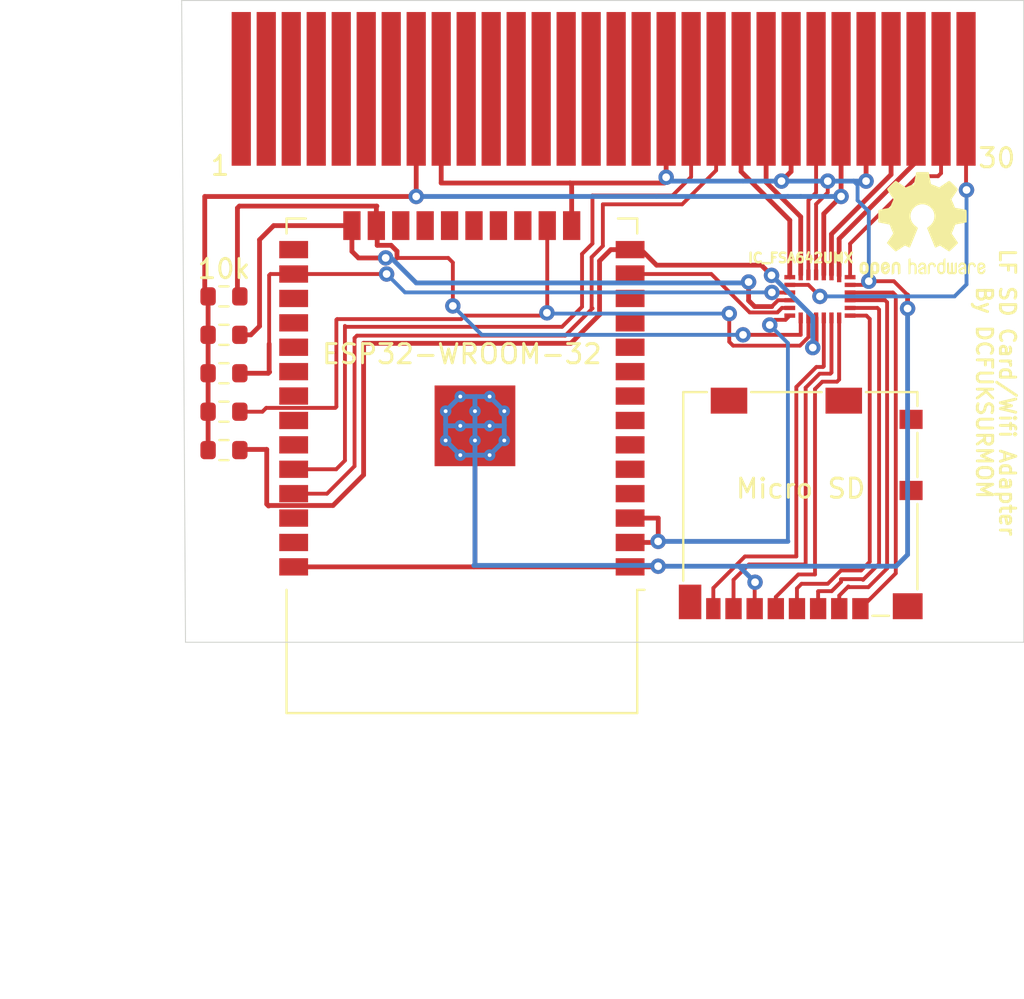
<source format=kicad_pcb>
(kicad_pcb (version 20221018) (generator pcbnew)
  (layers (0 "F.Cu" signal) (31 "B.Cu" signal) (34 "B.Paste" user) (35 "F.Paste" user) (36 "B.SilkS" user "B.Silkscreen") (37 "F.SilkS" user "F.Silkscreen") (38 "B.Mask" user) (39 "F.Mask" user) (44 "Edge.Cuts" user))
  (net 0 "")
  (footprint "Leapster:LEAPSTER_CART" (layer "F.Cu") (at 178.75 39.2)
    (fp_text reference "1" (at -19.95 4) (layer "F.SilkS"))
    (fp_text value "LEAPSTER-CART" hide)
    (fp_text user "30" (at 20.45 3.6) (layer "F.SilkS"))
    (pad "0" smd rect (at -18.85 0) (size 0.001 0.001) (layers "F.Cu" "F.Paste" "F.Mask"))
    (pad "0" smd rect (at 18.85 0) (size 0.001 0.001) (layers "F.Cu" "F.Paste" "F.Mask"))
    (pad "1" connect rect (at -18.85 0) (size 1 8) (layers "F.Cu" "F.Mask"))
    (pad "2" connect rect (at -17.55 0) (size 1 8) (layers "F.Cu" "F.Mask"))
    (pad "3" connect rect (at -16.25 0) (size 1 8) (layers "F.Cu" "F.Mask"))
    (pad "4" connect rect (at -14.95 0) (size 1 8) (layers "F.Cu" "F.Mask"))
    (pad "5" connect rect (at -13.65 0) (size 1 8) (layers "F.Cu" "F.Mask"))
    (pad "6" connect rect (at -12.35 0) (size 1 8) (layers "F.Cu" "F.Mask"))
    (pad "7" connect rect (at -11.05 0) (size 1 8) (layers "F.Cu" "F.Mask"))
    (pad "8" connect rect (at -9.75 0) (size 1 8) (layers "F.Cu" "F.Mask"))
    (pad "9" connect rect (at -8.45 0) (size 1 8) (layers "F.Cu" "F.Mask"))
    (pad "10" connect rect (at -7.15 0) (size 1 8) (layers "F.Cu" "F.Mask"))
    (pad "11" connect rect (at -5.85 0) (size 1 8) (layers "F.Cu" "F.Mask"))
    (pad "12" connect rect (at -4.55 0) (size 1 8) (layers "F.Cu" "F.Mask"))
    (pad "13" connect rect (at -3.25 0) (size 1 8) (layers "F.Cu" "F.Mask"))
    (pad "14" connect rect (at -1.95 0) (size 1 8) (layers "F.Cu" "F.Mask"))
    (pad "15" connect rect (at -0.65 0) (size 1 8) (layers "F.Cu" "F.Mask"))
    (pad "16" connect rect (at 0.65 0) (size 1 8) (layers "F.Cu" "F.Mask"))
    (pad "17" connect rect (at 1.95 0) (size 1 8) (layers "F.Cu" "F.Mask"))
    (pad "18" connect rect (at 3.25 0) (size 1 8) (layers "F.Cu" "F.Mask"))
    (pad "19" connect rect (at 4.55 0) (size 1 8) (layers "F.Cu" "F.Mask"))
    (pad "20" connect rect (at 5.85 0) (size 1 8) (layers "F.Cu" "F.Mask"))
    (pad "21" connect rect (at 7.15 0) (size 1 8) (layers "F.Cu" "F.Mask"))
    (pad "22" connect rect (at 8.45 0) (size 1 8) (layers "F.Cu" "F.Mask"))
    (pad "23" connect rect (at 9.75 0) (size 1 8) (layers "F.Cu" "F.Mask"))
    (pad "24" connect rect (at 11.05 0) (size 1 8) (layers "F.Cu" "F.Mask"))
    (pad "25" connect rect (at 12.35 0) (size 1 8) (layers "F.Cu" "F.Mask"))
    (pad "26" connect rect (at 13.65 0) (size 1 8) (layers "F.Cu" "F.Mask"))
    (pad "27" connect rect (at 14.95 0) (size 1 8) (layers "F.Cu" "F.Mask"))
    (pad "28" connect rect (at 16.25 0) (size 1 8) (layers "F.Cu" "F.Mask"))
    (pad "29" connect rect (at 17.55 0) (size 1 8) (layers "F.Cu" "F.Mask"))
    (pad "30" connect rect (at 18.85 0) (size 1 8) (layers "F.Cu" "F.Mask"))
  )
  (footprint "Resistor_SMD:R_0603_1608Metric" (layer "F.Cu") (at 159 56)
    (fp_text reference "REF**" hide)
    (fp_text value "R_0603_1608Metric" hide)
    (pad "1" smd roundrect (at -0.825 0) (size 0.8 0.95) (layers "F.Cu" "F.Paste" "F.Mask"))
    (pad "2" smd roundrect (at 0.825 0) (size 0.8 0.95) (layers "F.Cu" "F.Paste" "F.Mask"))
  )
  (footprint "MountingHole:MountingHole_2.1mm" (layer "F.Cu") (at 198.2 65.6)
    (fp_text reference "REF**" hide)
    (fp_text value "MountingHole_2.1mm" hide)
    (pad "" np_thru_hole circle (at 0 0) (size 1.5 1.5) (drill 2.1) (layers "F&B.Cu" "*.Mask"))
  )
  (footprint "Resistor_SMD:R_0603_1608Metric" (layer "F.Cu") (at 159 58)
    (fp_text reference "REF**" hide)
    (fp_text value "R_0603_1608Metric" hide)
    (pad "1" smd roundrect (at -0.825 0) (size 0.8 0.95) (layers "F.Cu" "F.Paste" "F.Mask"))
    (pad "2" smd roundrect (at 0.825 0) (size 0.8 0.95) (layers "F.Cu" "F.Paste" "F.Mask"))
  )
  (footprint "Resistor_SMD:R_0603_1608Metric" (layer "F.Cu") (at 159 52)
    (fp_text reference "REF**" hide)
    (fp_text value "R_0603_1608Metric" hide)
    (pad "1" smd roundrect (at -0.825 0) (size 0.8 0.95) (layers "F.Cu" "F.Paste" "F.Mask"))
    (pad "2" smd roundrect (at 0.825 0) (size 0.8 0.95) (layers "F.Cu" "F.Paste" "F.Mask"))
  )
  (footprint "Resistor_SMD:R_0603_1608Metric" (layer "F.Cu") (at 159 54)
    (fp_text reference "REF**" hide)
    (fp_text value "R_0603_1608Metric" hide)
    (pad "1" smd roundrect (at -0.825 0) (size 0.8 0.95) (layers "F.Cu" "F.Paste" "F.Mask"))
    (pad "2" smd roundrect (at 0.825 0) (size 0.8 0.95) (layers "F.Cu" "F.Paste" "F.Mask"))
  )
  (footprint "RF_Module:ESP32-WROOM-32" (layer "F.Cu") (at 171.375632 55.825971 180)
    (fp_text reference "ESP32" hide)
    (fp_text value "ESP32-WROOM-32" (at 0 2.825971) (layer "F.SilkS"))
    (pad "1" smd rect (at -8.75 -8.25 180) (size 1.5 0.9) (layers "F.Cu" "F.Paste" "F.Mask"))
    (pad "2" smd rect (at -8.75 -6.98 180) (size 1.5 0.9) (layers "F.Cu" "F.Paste" "F.Mask"))
    (pad "3" smd rect (at -8.75 -5.71 180) (size 1.5 0.9) (layers "F.Cu" "F.Paste" "F.Mask"))
    (pad "4" smd rect (at -8.75 -4.44 180) (size 1.5 0.9) (layers "F.Cu" "F.Paste" "F.Mask"))
    (pad "5" smd rect (at -8.75 -3.17 180) (size 1.5 0.9) (layers "F.Cu" "F.Paste" "F.Mask"))
    (pad "6" smd rect (at -8.75 -1.9 180) (size 1.5 0.9) (layers "F.Cu" "F.Paste" "F.Mask"))
    (pad "7" smd rect (at -8.75 -0.63 180) (size 1.5 0.9) (layers "F.Cu" "F.Paste" "F.Mask"))
    (pad "8" smd rect (at -8.75 0.64 180) (size 1.5 0.9) (layers "F.Cu" "F.Paste" "F.Mask"))
    (pad "9" smd rect (at -8.75 1.91 180) (size 1.5 0.9) (layers "F.Cu" "F.Paste" "F.Mask"))
    (pad "10" smd rect (at -8.75 3.18 180) (size 1.5 0.9) (layers "F.Cu" "F.Paste" "F.Mask"))
    (pad "11" smd rect (at -8.75 4.45 180) (size 1.5 0.9) (layers "F.Cu" "F.Paste" "F.Mask"))
    (pad "12" smd rect (at -8.75 5.72 180) (size 1.5 0.9) (layers "F.Cu" "F.Paste" "F.Mask"))
    (pad "13" smd rect (at -8.75 6.99 180) (size 1.5 0.9) (layers "F.Cu" "F.Paste" "F.Mask"))
    (pad "14" smd rect (at -8.75 8.26 180) (size 1.5 0.9) (layers "F.Cu" "F.Paste" "F.Mask"))
    (pad "15" smd rect (at -5.71 9.51 270) (size 1.5 0.9) (layers "F.Cu" "F.Paste" "F.Mask"))
    (pad "16" smd rect (at -4.44 9.51 270) (size 1.5 0.9) (layers "F.Cu" "F.Paste" "F.Mask"))
    (pad "17" smd rect (at -3.17 9.51 270) (size 1.5 0.9) (layers "F.Cu" "F.Paste" "F.Mask"))
    (pad "18" smd rect (at -1.9 9.51 270) (size 1.5 0.9) (layers "F.Cu" "F.Paste" "F.Mask"))
    (pad "19" smd rect (at -0.63 9.51 270) (size 1.5 0.9) (layers "F.Cu" "F.Paste" "F.Mask"))
    (pad "20" smd rect (at 0.64 9.51 270) (size 1.5 0.9) (layers "F.Cu" "F.Paste" "F.Mask"))
    (pad "21" smd rect (at 1.91 9.51 270) (size 1.5 0.9) (layers "F.Cu" "F.Paste" "F.Mask"))
    (pad "22" smd rect (at 3.18 9.51 270) (size 1.5 0.9) (layers "F.Cu" "F.Paste" "F.Mask"))
    (pad "23" smd rect (at 4.45 9.51 270) (size 1.5 0.9) (layers "F.Cu" "F.Paste" "F.Mask"))
    (pad "24" smd rect (at 5.72 9.51 270) (size 1.5 0.9) (layers "F.Cu" "F.Paste" "F.Mask"))
    (pad "25" smd rect (at 8.75 8.26 180) (size 1.5 0.9) (layers "F.Cu" "F.Paste" "F.Mask"))
    (pad "26" smd rect (at 8.75 6.99 180) (size 1.5 0.9) (layers "F.Cu" "F.Paste" "F.Mask"))
    (pad "27" smd rect (at 8.75 5.72 180) (size 1.5 0.9) (layers "F.Cu" "F.Paste" "F.Mask"))
    (pad "28" smd rect (at 8.75 4.45 180) (size 1.5 0.9) (layers "F.Cu" "F.Paste" "F.Mask"))
    (pad "29" smd rect (at 8.75 3.18 180) (size 1.5 0.9) (layers "F.Cu" "F.Paste" "F.Mask"))
    (pad "30" smd rect (at 8.75 1.91 180) (size 1.5 0.9) (layers "F.Cu" "F.Paste" "F.Mask"))
    (pad "31" smd rect (at 8.75 0.64 180) (size 1.5 0.9) (layers "F.Cu" "F.Paste" "F.Mask"))
    (pad "32" smd rect (at 8.75 -0.63 180) (size 1.5 0.9) (layers "F.Cu" "F.Paste" "F.Mask"))
    (pad "33" smd rect (at 8.75 -1.9 180) (size 1.5 0.9) (layers "F.Cu" "F.Paste" "F.Mask"))
    (pad "34" smd rect (at 8.75 -3.17 180) (size 1.5 0.9) (layers "F.Cu" "F.Paste" "F.Mask"))
    (pad "35" smd rect (at 8.75 -4.44 180) (size 1.5 0.9) (layers "F.Cu" "F.Paste" "F.Mask"))
    (pad "36" smd rect (at 8.75 -5.71 180) (size 1.5 0.9) (layers "F.Cu" "F.Paste" "F.Mask"))
    (pad "37" smd rect (at 8.75 -6.98 180) (size 1.5 0.9) (layers "F.Cu" "F.Paste" "F.Mask"))
    (pad "38" smd rect (at 8.75 -8.25 180) (size 1.5 0.9) (layers "F.Cu" "F.Paste" "F.Mask"))
    (pad "39" smd rect (at -2.205 -2.435 180) (size 1.05 1.05) (layers "F.Cu" "F.Paste"))
    (pad "39" thru_hole circle (at -2.205 -1.6725 180) (size 0.6 0.6) (drill 0.2) (property pad_prop_heatsink) (layers "*.Cu" "F.Mask"))
    (pad "39" smd rect (at -2.205 -0.91 180) (size 1.05 1.05) (layers "F.Cu" "F.Paste"))
    (pad "39" thru_hole circle (at -2.205 -0.1475 180) (size 0.6 0.6) (drill 0.2) (property pad_prop_heatsink) (layers "*.Cu" "F.Mask"))
    (pad "39" smd rect (at -2.205 0.615 180) (size 1.05 1.05) (layers "F.Cu" "F.Paste"))
    (pad "39" thru_hole circle (at -1.4425 -2.435 180) (size 0.6 0.6) (drill 0.2) (property pad_prop_heatsink) (layers "*.Cu" "F.Mask"))
    (pad "39" thru_hole circle (at -1.4425 -0.91 180) (size 0.6 0.6) (drill 0.2) (property pad_prop_heatsink) (layers "*.Cu" "F.Mask"))
    (pad "39" thru_hole circle (at -1.4425 0.615 180) (size 0.6 0.6) (drill 0.2) (property pad_prop_heatsink) (layers "*.Cu" "F.Mask"))
    (pad "39" smd rect (at -0.68 -2.435 180) (size 1.05 1.05) (layers "F.Cu" "F.Paste"))
    (pad "39" thru_hole circle (at -0.68 -1.6725 180) (size 0.6 0.6) (drill 0.2) (property pad_prop_heatsink) (layers "*.Cu" "F.Mask"))
    (pad "39" smd rect (at -0.68 -0.91 180) (size 1.05 1.05) (layers "F.Cu" "F.Paste"))
    (pad "39" smd rect (at -0.68 -0.91 180) (size 4.2 4.2) (layers "F.Cu"))
    (pad "39" thru_hole circle (at -0.68 -0.1475 180) (size 0.6 0.6) (drill 0.2) (property pad_prop_heatsink) (layers "*.Cu" "F.Mask"))
    (pad "39" smd rect (at -0.68 0.615 180) (size 1.05 1.05) (layers "F.Cu" "F.Paste"))
    (pad "39" thru_hole circle (at 0.0825 -2.435 180) (size 0.6 0.6) (drill 0.2) (property pad_prop_heatsink) (layers "*.Cu" "F.Mask"))
    (pad "39" thru_hole circle (at 0.0825 -0.91 180) (size 0.6 0.6) (drill 0.2) (property pad_prop_heatsink) (layers "*.Cu" "F.Mask"))
    (pad "39" thru_hole circle (at 0.0825 0.615 180) (size 0.6 0.6) (drill 0.2) (property pad_prop_heatsink) (layers "*.Cu" "F.Mask"))
    (pad "39" smd rect (at 0.845 -2.435 180) (size 1.05 1.05) (layers "F.Cu" "F.Paste"))
    (pad "39" thru_hole circle (at 0.845 -1.6725 180) (size 0.6 0.6) (drill 0.2) (property pad_prop_heatsink) (layers "*.Cu" "F.Mask"))
    (pad "39" smd rect (at 0.845 -0.91 180) (size 1.05 1.05) (layers "F.Cu" "F.Paste"))
    (pad "39" thru_hole circle (at 0.845 -0.1475 180) (size 0.6 0.6) (drill 0.2) (property pad_prop_heatsink) (layers "*.Cu" "F.Mask"))
    (pad "39" smd rect (at 0.845 0.615 180) (size 1.05 1.05) (layers "F.Cu" "F.Paste"))
  )
  (footprint "Library:IC_FSA642UMX" (layer "F.Cu") (at 190 50 -90)
    (fp_text reference "REF**" hide)
    (fp_text value "IC_FSA642UMX" (at -2 1) (layer "F.SilkS") (effects (font (size 0.5 0.5) (thickness 0.125))))
    (pad "1" smd rect (at -1.0685 -1 270) (size 0.663 0.225) (layers "F.Cu" "F.Paste" "F.Mask"))
    (pad "2" smd rect (at -1.1185 -0.6 270) (size 0.563 0.225) (layers "F.Cu" "F.Paste" "F.Mask"))
    (pad "3" smd rect (at -1.1185 -0.2 270) (size 0.563 0.225) (layers "F.Cu" "F.Paste" "F.Mask"))
    (pad "4" smd rect (at -1.1185 0.2 270) (size 0.563 0.225) (layers "F.Cu" "F.Paste" "F.Mask"))
    (pad "5" smd rect (at -1.1185 0.6 270) (size 0.563 0.225) (layers "F.Cu" "F.Paste" "F.Mask"))
    (pad "6" smd rect (at -1.1185 1 270) (size 0.563 0.225) (layers "F.Cu" "F.Paste" "F.Mask"))
    (pad "7" smd rect (at -1 1.5685 270) (size 0.225 0.563) (layers "F.Cu" "F.Paste" "F.Mask"))
    (pad "8" smd rect (at -0.6 1.5685 270) (size 0.225 0.563) (layers "F.Cu" "F.Paste" "F.Mask"))
    (pad "9" smd rect (at -0.2 1.5685 270) (size 0.225 0.563) (layers "F.Cu" "F.Paste" "F.Mask"))
    (pad "10" smd rect (at 0.2 1.5685 270) (size 0.225 0.563) (layers "F.Cu" "F.Paste" "F.Mask"))
    (pad "11" smd rect (at 0.6 1.5685 270) (size 0.225 0.563) (layers "F.Cu" "F.Paste" "F.Mask"))
    (pad "12" smd rect (at 1 1.5685 270) (size 0.225 0.563) (layers "F.Cu" "F.Paste" "F.Mask"))
    (pad "13" smd rect (at 1.1185 1 270) (size 0.563 0.225) (layers "F.Cu" "F.Paste" "F.Mask"))
    (pad "14" smd rect (at 1.1185 0.6 270) (size 0.563 0.225) (layers "F.Cu" "F.Paste" "F.Mask"))
    (pad "15" smd rect (at 1.1185 0.2 270) (size 0.563 0.225) (layers "F.Cu" "F.Paste" "F.Mask"))
    (pad "16" smd rect (at 1.1185 -0.2 270) (size 0.563 0.225) (layers "F.Cu" "F.Paste" "F.Mask"))
    (pad "17" smd rect (at 1.1185 -0.6 270) (size 0.563 0.225) (layers "F.Cu" "F.Paste" "F.Mask"))
    (pad "18" smd rect (at 1.1185 -1 270) (size 0.563 0.225) (layers "F.Cu" "F.Paste" "F.Mask"))
    (pad "19" smd rect (at 1 -1.5685 270) (size 0.225 0.563) (layers "F.Cu" "F.Paste" "F.Mask"))
    (pad "20" smd rect (at 0.6 -1.5685 270) (size 0.225 0.563) (layers "F.Cu" "F.Paste" "F.Mask"))
    (pad "21" smd rect (at 0.2 -1.5685 270) (size 0.225 0.563) (layers "F.Cu" "F.Paste" "F.Mask"))
    (pad "22" smd rect (at -0.2 -1.5685 270) (size 0.225 0.563) (layers "F.Cu" "F.Paste" "F.Mask"))
    (pad "23" smd rect (at -0.6 -1.5685 270) (size 0.225 0.563) (layers "F.Cu" "F.Paste" "F.Mask"))
    (pad "24" smd rect (at -1 -1.5685 270) (size 0.225 0.563) (layers "F.Cu" "F.Paste" "F.Mask"))
  )
  (footprint "Connector_Card:microSD_HC_Molex_104031-0811" (layer "F.Cu") (at 189 60.8 180)
    (fp_text reference "Micro SD" (at 0 0.8) (layer "F.SilkS"))
    (fp_text value "microSD_HC_Molex_104031-0811" hide)
    (pad "1" smd rect (at -3.105 -5.45 180) (size 0.85 1.1) (layers "F.Cu" "F.Paste" "F.Mask"))
    (pad "2" smd rect (at -2.005 -5.45 180) (size 0.85 1.1) (layers "F.Cu" "F.Paste" "F.Mask"))
    (pad "3" smd rect (at -0.905 -5.45 180) (size 0.85 1.1) (layers "F.Cu" "F.Paste" "F.Mask"))
    (pad "4" smd rect (at 0.195 -5.45 180) (size 0.85 1.1) (layers "F.Cu" "F.Paste" "F.Mask"))
    (pad "5" smd rect (at 1.295 -5.45 180) (size 0.85 1.1) (layers "F.Cu" "F.Paste" "F.Mask"))
    (pad "6" smd rect (at 2.395 -5.45 180) (size 0.85 1.1) (layers "F.Cu" "F.Paste" "F.Mask"))
    (pad "7" smd rect (at 3.495 -5.45 180) (size 0.85 1.1) (layers "F.Cu" "F.Paste" "F.Mask"))
    (pad "8" smd rect (at 4.545 -5.45 180) (size 0.75 1.1) (layers "F.Cu" "F.Paste" "F.Mask"))
    (pad "9" smd rect (at -5.74 0.7 180) (size 1.2 1) (layers "F.Cu" "F.Paste" "F.Mask"))
    (pad "10" smd rect (at -5.74 4.4 180) (size 1.2 1) (layers "F.Cu" "F.Paste" "F.Mask"))
    (pad "11" smd rect (at -5.565 -5.325 180) (size 1.55 1.35) (layers "F.Cu" "F.Paste" "F.Mask"))
    (pad "11" smd rect (at -2.24 5.375 180) (size 1.9 1.35) (layers "F.Cu" "F.Paste" "F.Mask"))
    (pad "11" smd rect (at 3.73 5.375 180) (size 1.9 1.35) (layers "F.Cu" "F.Paste" "F.Mask"))
    (pad "11" smd rect (at 5.755 -5.1 180) (size 1.17 1.8) (layers "F.Cu" "F.Paste" "F.Mask"))
  )
  (footprint "Resistor_SMD:R_0603_1608Metric" (layer "F.Cu") (at 159 50)
    (fp_text reference "10k" (at 0 -1.43) (layer "F.SilkS"))
    (fp_text value "10k" hide)
    (pad "1" smd roundrect (at -0.825 0) (size 0.8 0.95) (layers "F.Cu" "F.Paste" "F.Mask"))
    (pad "2" smd roundrect (at 0.825 0) (size 0.8 0.95) (layers "F.Cu" "F.Paste" "F.Mask"))
  )
  (footprint "MountingHole:MountingHole_2.1mm" (layer "F.Cu") (at 159.4 65.6)
    (fp_text reference "REF**" hide)
    (fp_text value "MountingHole_2.1mm" hide)
    (pad "" np_thru_hole circle (at 0 0) (size 1.5 1.5) (drill 2.1) (layers "F&B.Cu" "*.Mask"))
  )
  (footprint "Symbol:OSHW-Logo2_7.3x6mm_SilkScreen" (layer "F.Cu") (at 195.334022 46.291788)
    (fp_text reference "REF**" hide)
    (fp_text value "OSHW-Logo2_7.3x6mm_SilkScreen" hide)
  )
  (gr_line (start 156.8 34.6) (end 156.8 34.8) (stroke (width 0.05)) (layer "Edge.Cuts"))
  (gr_line (start 200.6 34.6) (end 200.6 68) (stroke (width 0.05)) (layer "Edge.Cuts"))
  (gr_line (start 157 68) (end 200.6 68) (stroke (width 0.05)) (layer "Edge.Cuts"))
  (gr_line (start 200.6 34.6) (end 156.8 34.6) (stroke (width 0.05)) (layer "Edge.Cuts"))
  (gr_line (start 156.8 34.8) (end 157 68) (stroke (width 0.05)) (layer "Edge.Cuts"))
  (gr_text "LF SD Card/Wifi Adapter" (at 199.747951 55 270) (layer "F.SilkS") (effects (font (size 0.8 0.8))))
  (gr_text "By DCFUKSURMOM" (at 198.548036 55 -90) (layer "F.SilkS") (effects (font (size 0.8 0.8))))
  (segment (start 188.875579 64.471262) (end 187.705 65.641841) (width 0.2) (layer "F.Cu") (net 0))
  (segment (start 187.507356 49.8) (end 187.500106 49.79275) (width 0.2) (layer "F.Cu") (net 0))
  (segment (start 189.257496 54.749732) (end 189.257496 63.950465) (width 0.2) (layer "F.Cu") (net 0))
  (segment (start 186.289331 50.21579) (end 186.361664 50.288123) (width 0.25) (layer "F.Cu") (net 0))
  (segment (start 189.8 45.2) (end 190.406262 44.593738) (width 0.2) (layer "F.Cu") (net 0))
  (segment (start 171.336949 51.181015) (end 171.517964 51) (width 0.2) (layer "F.Cu") (net 0))
  (segment (start 190.2 48.8815) (end 190.2 45.7) (width 0.25) (layer "F.Cu") (net 0))
  (segment (start 190.403247 64.957338) (end 191.097642 64.262943) (width 0.2) (layer "F.Cu") (net 0))
  (segment (start 189.8 52.49319) (end 189.628065 52.665125) (width 0.25) (layer "F.Cu") (net 0))
  (segment (start 170.3 39.2) (end 170.3 44.1) (width 0.25) (layer "F.Cu") (net 0))
  (segment (start 189.98661 54.020618) (end 189.257496 54.749732) (width 0.2) (layer "F.Cu") (net 0))
  (segment (start 192.105 66.25) (end 193.944662 64.410338) (width 0.2) (layer "F.Cu") (net 0))
  (segment (start 190.542126 54.020618) (end 189.98661 54.020618) (width 0.2) (layer "F.Cu") (net 0))
  (segment (start 188.959815 52.562588) (end 185.483821 52.562588) (width 0.2) (layer "F.Cu") (net 0))
  (segment (start 184.6 43.441663) (end 182.833345 45.208318) (width 0.2) (layer "F.Cu") (net 0))
  (segment (start 166.264012 59.290538) (end 164.67269 60.88186) (width 0.25) (layer "F.Cu") (net 0))
  (segment (start 189.743572 54.819172) (end 189.743572 64.471262) (width 0.2) (layer "F.Cu") (net 0))
  (segment (start 196.144666 43.743815) (end 196.3 43.588481) (width 0.2) (layer "F.Cu") (net 0))
  (segment (start 185.282897 52.361664) (end 185.282897 50.894915) (width 0.2) (layer "F.Cu") (net 0))
  (segment (start 189.917171 65.339255) (end 190.611566 65.339255) (width 0.2) (layer "F.Cu") (net 0))
  (segment (start 181.589803 61.535971) (end 181.589803 62.744218) (width 0.25) (layer "F.Cu") (net 0))
  (segment (start 189.4 51.1185) (end 189.4 52.122403) (width 0.2) (layer "F.Cu") (net 0))
  (segment (start 164.786811 55.802277) (end 164.847089 55.741999) (width 0.2) (layer "F.Cu") (net 0))
  (segment (start 188.771419 63.533828) (end 186.097999 63.533828) (width 0.2) (layer "F.Cu") (net 0))
  (segment (start 186.361664 50.288123) (end 186.602773 50.529232) (width 0.25) (layer "F.Cu") (net 0))
  (segment (start 164.834628 58.999002) (end 164.831597 58.995971) (width 0.2) (layer "F.Cu") (net 0))
  (segment (start 191 54.326579) (end 190.889324 54.437255) (width 0.2) (layer "F.Cu") (net 0))
  (segment (start 162.625632 48.835971) (end 161.415435 48.835971) (width 0.2) (layer "F.Cu") (net 0))
  (segment (start 159.800798 45.300976) (end 159.700805 45.400969) (width 0.25) (layer "F.Cu") (net 0))
  (segment (start 188.805 65.195) (end 189.042662 64.957338) (width 0.2) (layer "F.Cu") (net 0))
  (segment (start 175.653992 51) (end 175.799262 50.85473) (width 0.2) (layer "F.Cu") (net 0))
  (segment (start 181.9 44.1) (end 182 44) (width 0.25) (layer "F.Cu") (net 0))
  (segment (start 192.541414 49.209458) (end 193.843171 49.209458) (width 0.2) (layer "F.Cu") (net 0))
  (segment (start 189.042662 64.957338) (end 190.403247 64.957338) (width 0.2) (layer "F.Cu") (net 0))
  (segment (start 159.700805 45.400969) (end 159.700805 49.875805) (width 0.25) (layer "F.Cu") (net 0))
  (segment (start 159.860563 57.964437) (end 159.825 58) (width 0.25) (layer "F.Cu") (net 0))
  (segment (start 191.47956 65.096217) (end 191.005 65.570777) (width 0.2) (layer "F.Cu") (net 0))
  (segment (start 180.694354 47.565971) (end 181.502706 48.374323) (width 0.25) (layer "F.Cu") (net 0))
  (segment (start 193.7 43.656832) (end 193.7 39.2) (width 0.25) (layer "F.Cu") (net 0))
  (segment (start 164.67269 60.88186) (end 161.345381 60.88186) (width 0.25) (layer "F.Cu") (net 0))
  (segment (start 165.334592 51.582864) (end 165.292928 51.5412) (width 0.2) (layer "F.Cu") (net 0))
  (segment (start 185.505 64.751782) (end 185.505 66.25) (width 0.2) (layer "F.Cu") (net 0))
  (segment (start 170.905954 48.238694) (end 170.66726 48) (width 0.2) (layer "F.Cu") (net 0))
  (segment (start 172.055632 64.020339) (end 172.055632 56.735971) (width 0.25) (layer "F.Cu") (net 0))
  (segment (start 182 43.8) (end 182 39.2) (width 0.25) (layer "F.Cu") (net 0))
  (segment (start 164.887273 51.181015) (end 171.336949 51.181015) (width 0.2) (layer "F.Cu") (net 0))
  (segment (start 158.175 56) (end 158.175 58) (width 0.25) (layer "F.Cu") (net 0))
  (segment (start 170.66726 48) (end 168 48) (width 0.2) (layer "F.Cu") (net 0))
  (segment (start 190.6 48.8815) (end 190.6 46.756832) (width 0.25) (layer "F.Cu") (net 0))
  (segment (start 189 52) (end 186 52) (width 0.2) (layer "F.Cu") (net 0))
  (segment (start 165.292928 58.540702) (end 164.834628 58.999002) (width 0.2) (layer "F.Cu") (net 0))
  (segment (start 166.950288 45.300976) (end 159.800798 45.300976) (width 0.25) (layer "F.Cu") (net 0))
  (segment (start 167.408052 48) (end 167.410468 47.997584) (width 0.25) (layer "F.Cu") (net 0))
  (segment (start 170.530632 56.735971) (end 170.530632 55.210971) (width 0.25) (layer "F.Cu") (net 0))
  (segment (start 190.125489 54.437255) (end 189.743572 54.819172) (width 0.2) (layer "F.Cu") (net 0))
  (segment (start 187.2 44.05775) (end 187.2 39.2) (width 0.25) (layer "F.Cu") (net 0))
  (segment (start 166.925632 46.315971) (end 166.925632 45.325632) (width 0.25) (layer "F.Cu") (net 0))
  (segment (start 171.517964 51) (end 175.653992 51) (width 0.2) (layer "F.Cu") (net 0))
  (segment (start 191 48.9315) (end 191 47) (width 0.25) (layer "F.Cu") (net 0))
  (segment (start 190.2 53.633629) (end 190.160209 53.67342) (width 0.2) (layer "F.Cu") (net 0))
  (segment (start 166.264012 52.443033) (end 166.264012 59.290538) (width 0.25) (layer "F.Cu") (net 0))
  (segment (start 193.8 49.8) (end 191.5685 49.8) (width 0.2) (layer "F.Cu") (net 0))
  (segment (start 193.944662 49.944662) (end 193.8 49.8) (width 0.2) (layer "F.Cu") (net 0))
  (segment (start 165.792893 52.166155) (end 165.792893 58.832347) (width 0.2) (layer "F.Cu") (net 0))
  (segment (start 195.083784 43.743815) (end 196.144666 43.743815) (width 0.2) (layer "F.Cu") (net 0))
  (segment (start 189.743572 64.471262) (end 188.875579 64.471262) (width 0.2) (layer "F.Cu") (net 0))
  (segment (start 190.889324 54.437255) (end 190.125489 54.437255) (width 0.2) (layer "F.Cu") (net 0))
  (segment (start 190.611566 65.339255) (end 191.097642 64.853179) (width 0.2) (layer "F.Cu") (net 0))
  (segment (start 180.125632 47.565971) (end 179.121793 47.565971) (width 0.25) (layer "F.Cu") (net 0))
  (segment (start 161.350687 53.913272) (end 161.350687 52.474313) (width 0.25) (layer "F.Cu") (net 0))
  (segment (start 159.825 56) (end 161 56) (width 0.2) (layer "F.Cu") (net 0))
  (segment (start 168 48) (end 168 47.647389) (width 0.25) (layer "F.Cu") (net 0))
  (segment (start 193.843171 49.209458) (end 194.559569 49.925856) (width 0.2) (layer "F.Cu") (net 0))
  (segment (start 180.125632 64.075971) (end 181.549624 64.075971) (width 0.25) (layer "F.Cu") (net 0))
  (segment (start 188.4315 49) (end 188.4315 46.036689) (width 0.25) (layer "F.Cu") (net 0))
  (segment (start 165.292928 51.5412) (end 165.292928 58.540702) (width 0.2) (layer "F.Cu") (net 0))
  (segment (start 191.5685 47.259099) (end 195.083784 43.743815) (width 0.2) (layer "F.Cu") (net 0))
  (segment (start 191.1 39.2) (end 191.1 44.8) (width 0.25) (layer "F.Cu") (net 0))
  (segment (start 161.224827 57.964437) (end 159.860563 57.964437) (width 0.25) (layer "F.Cu") (net 0))
  (segment (start 166 48) (end 167.408052 48) (width 0.25) (layer "F.Cu") (net 0))
  (segment (start 161.585603 46.315971) (end 165.655632 46.315971) (width 0.25) (layer "F.Cu") (net 0))
  (segment (start 191.5685 50.2) (end 193.3877 50.2) (width 0.2) (layer "F.Cu") (net 0))
  (segment (start 189.4 48.8815) (end 189.4 45) (width 0.2) (layer "F.Cu") (net 0))
  (segment (start 172.055632 58.260971) (end 170.530632 58.260971) (width 0.25) (layer "F.Cu") (net 0))
  (segment (start 188.4315 50.2) (end 187.82411 50.2) (width 0.2) (layer "F.Cu") (net 0))
  (segment (start 173.580632 55.210971) (end 173.580632 56.735971) (width 0.25) (layer "F.Cu") (net 0))
  (segment (start 158.175 54) (end 158.175 56) (width 0.25) (layer "F.Cu") (net 0))
  (segment (start 168 47.647389) (end 167.694378 47.341767) (width 0.25) (layer "F.Cu") (net 0))
  (segment (start 167.459868 48.834485) (end 167.458382 48.835971) (width 0.2) (layer "F.Cu") (net 0))
  (segment (start 186.289331 49.251353) (end 186.289331 50.21579) (width 0.25) (layer "F.Cu") (net 0))
  (segment (start 170.3 44.1) (end 177 44.1) (width 0.25) (layer "F.Cu") (net 0))
  (segment (start 164.847089 51.221199) (end 164.887273 51.181015) (width 0.2) (layer "F.Cu") (net 0))
  (segment (start 166.971049 46.361388) (end 166.925632 46.315971) (width 0.25) (layer "F.Cu") (net 0))
  (segment (start 189.813012 53.67342) (end 188.771419 54.715013) (width 0.2) (layer "F.Cu") (net 0))
  (segment (start 193.493305 50.305605) (end 193.493305 64.158784) (width 0.2) (layer "F.Cu") (net 0))
  (segment (start 191.097642 64.853179) (end 191.097642 64.7143) (width 0.2) (layer "F.Cu") (net 0))
  (segment (start 192.590592 63.811586) (end 192.590592 51.173598) (width 0.2) (layer "F.Cu") (net 0))
  (segment (start 161.32127 60.905971) (end 161.224827 60.809528) (width 0.25) (layer "F.Cu") (net 0))
  (segment (start 192.521152 65.130937) (end 191.51428 65.130937) (width 0.2) (layer "F.Cu") (net 0))
  (segment (start 190.2 45.7) (end 191.1 44.8) (width 0.25) (layer "F.Cu") (net 0))
  (segment (start 193.944662 64.410338) (end 193.944662 49.944662) (width 0.2) (layer "F.Cu") (net 0))
  (segment (start 191.097642 64.7143) (end 192.208674 64.7143) (width 0.2) (layer "F.Cu") (net 0))
  (segment (start 160.401253 52) (end 160.850723 51.55053) (width 0.25) (layer "F.Cu") (net 0))
  (segment (start 188.771419 54.715013) (end 188.771419 63.533828) (width 0.2) (layer "F.Cu") (net 0))
  (segment (start 165.655632 46.315971) (end 165.655632 47.655632) (width 0.25) (layer "F.Cu") (net 0))
  (segment (start 188.4315 49.8) (end 187.507356 49.8) (width 0.2) (layer "F.Cu") (net 0))
  (segment (start 189 51.1185) (end 189 52) (width 0.2) (layer "F.Cu") (net 0))
  (segment (start 170.905954 50.495477) (end 170.905954 48.238694) (width 0.2) (layer "F.Cu") (net 0))
  (segment (start 177.085632 46.315971) (end 177.085632 44.185632) (width 0.25) (layer "F.Cu") (net 0))
  (segment (start 189.905 65.351426) (end 189.917171 65.339255) (width 0.2) (layer "F.Cu") (net 0))
  (segment (start 186.349807 50.836241) (end 184.349537 48.835971) (width 0.2) (layer "F.Cu") (net 0))
  (segment (start 170.530632 55.210971) (end 172.055632 55.210971) (width 0.25) (layer "F.Cu") (net 0))
  (segment (start 177 44.1) (end 181.9 44.1) (width 0.25) (layer "F.Cu") (net 0))
  (segment (start 178.167011 47.249839) (end 177.625383 47.791467) (width 0.2) (layer "F.Cu") (net 0))
  (segment (start 193.3877 50.2) (end 193.493305 50.305605) (width 0.2) (layer "F.Cu") (net 0))
  (segment (start 189.8 44.6) (end 189.8 39.2) (width 0.2) (layer "F.Cu") (net 0))
  (segment (start 177.085632 44.185632) (end 177 44.1) (width 0.25) (layer "F.Cu") (net 0))
  (segment (start 196.3 43.588481) (end 196.3 39.2) (width 0.2) (layer "F.Cu") (net 0))
  (segment (start 160.850723 51.55053) (end 160.850723 47.050851) (width 0.25) (layer "F.Cu") (net 0))
  (segment (start 186.602773 50.529232) (end 187.494878 50.529232) (width 0.25) (layer "F.Cu") (net 0))
  (segment (start 161.197723 55.802277) (end 164.786811 55.802277) (width 0.2) (layer "F.Cu") (net 0))
  (segment (start 167.694378 47.341767) (end 166.971049 47.341767) (width 0.25) (layer "F.Cu") (net 0))
  (segment (start 189 45.85775) (end 187.2 44.05775) (width 0.25) (layer "F.Cu") (net 0))
  (segment (start 166.925632 45.325632) (end 166.950288 45.300976) (width 0.25) (layer "F.Cu") (net 0))
  (segment (start 178.536478 48.151286) (end 178.536478 50.899933) (width 0.25) (layer "F.Cu") (net 0))
  (segment (start 158.000926 49.825926) (end 158.175 50) (width 0.25) (layer "F.Cu") (net 0))
  (segment (start 190.6 51.1185) (end 190.6 53.962744) (width 0.2) (layer "F.Cu") (net 0))
  (segment (start 175.815632 50.83836) (end 175.815632 46.315971) (width 0.2) (layer "F.Cu") (net 0))
  (segment (start 178.708639 45.208318) (end 178.708639 47.37483) (width 0.2) (layer "F.Cu") (net 0))
  (segment (start 176.750446 52.041164) (end 165.917884 52.041164) (width 0.2) (layer "F.Cu") (net 0))
  (segment (start 187.705 65.641841) (end 187.705 66.25) (width 0.2) (layer "F.Cu") (net 0))
  (segment (start 188.02329 50.6) (end 187.787049 50.836241) (width 0.2) (layer "F.Cu") (net 0))
  (segment (start 186.306317 63.950465) (end 185.505 64.751782) (width 0.2) (layer "F.Cu") (net 0))
  (segment (start 189.8 48.8815) (end 189.8 45.2) (width 0.2) (layer "F.Cu") (net 0))
  (segment (start 178.167011 50.624599) (end 176.750446 52.041164) (width 0.2) (layer "F.Cu") (net 0))
  (segment (start 186.097999 63.533828) (end 184.455 65.176827) (width 0.2) (layer "F.Cu") (net 0))
  (segment (start 193.007229 63.985185) (end 193.076668 63.985185) (width 0.2) (layer "F.Cu") (net 0))
  (segment (start 184.349537 48.835971) (end 180.125632 48.835971) (width 0.2) (layer "F.Cu") (net 0))
  (segment (start 168.998988 44.801012) (end 158.000926 44.801012) (width 0.25) (layer "F.Cu") (net 0))
  (segment (start 193.493305 64.158784) (end 192.521152 65.130937) (width 0.2) (layer "F.Cu") (net 0))
  (segment (start 178.125347 50.582935) (end 178.167011 50.624599) (width 0.2) (layer "F.Cu") (net 0))
  (segment (start 159.825 54) (end 161.304775 54) (width 0.25) (layer "F.Cu") (net 0))
  (segment (start 180.125632 62.805971) (end 181.52805 62.805971) (width 0.25) (layer "F.Cu") (net 0))
  (segment (start 192.590592 51.173598) (end 192.416994 51) (width 0.2) (layer "F.Cu") (net 0))
  (segment (start 189.4 49.4) (end 190 50) (width 0.2) (layer "F.Cu") (net 0))
  (segment (start 191.5685 49) (end 191.5685 47.259099) (width 0.2) (layer "F.Cu") (net 0))
  (segment (start 186.605 64.895177) (end 186.625169 64.875008) (width 0.2) (layer "F.Cu") (net 0))
  (segment (start 180.125632 47.565971) (end 180.694354 47.565971) (width 0.25) (layer "F.Cu") (net 0))
  (segment (start 158.175 50) (end 158.175 52) (width 0.25) (layer "F.Cu") (net 0))
  (segment (start 188.212873 51.218627) (end 187.660503 51.218627) (width 0.2) (layer "F.Cu") (net 0))
  (segment (start 189.905 66.25) (end 189.905 65.351426) (width 0.2) (layer "F.Cu") (net 0))
  (segment (start 197.6 44.435412) (end 197.6 39.2) (width 0.2) (layer "F.Cu") (net 0))
  (segment (start 164.847089 55.741999) (end 164.847089 51.221199) (width 0.2) (layer "F.Cu") (net 0))
  (segment (start 191 47) (end 195 43) (width 0.25) (layer "F.Cu") (net 0))
  (segment (start 189.8 51.1185) (end 189.8 52.49319) (width 0.25) (layer "F.Cu") (net 0))
  (segment (start 183.3 43.783398) (end 182.333381 44.750017) (width 0.2) (layer "F.Cu") (net 0))
  (segment (start 192.243394 64.74902) (end 193.007229 63.985185) (width 0.2) (layer "F.Cu") (net 0))
  (segment (start 178.536478 50.899933) (end 178.560589 50.924044) (width 0.25) (layer "F.Cu") (net 0))
  (segment (start 164.359269 60.265971) (end 162.625632 60.265971) (width 0.2) (layer "F.Cu") (net 0))
  (segment (start 190.6 46.756832) (end 193.7 43.656832) (width 0.25) (layer "F.Cu") (net 0))
  (segment (start 182.333381 44.750017) (end 178.167011 44.750017) (width 0.2) (layer "F.Cu") (net 0))
  (segment (start 192.350872 49.4) (end 192.541414 49.209458) (width 0.2) (layer "F.Cu") (net 0))
  (segment (start 194.559569 49.925856) (end 194.559569 50.629091) (width 0.25) (layer "F.Cu") (net 0))
  (segment (start 178.125347 47.958122) (end 178.125347 50.582935) (width 0.2) (layer "F.Cu") (net 0))
  (segment (start 182.833345 45.208318) (end 178.708639 45.208318) (width 0.2) (layer "F.Cu") (net 0))
  (segment (start 192.139235 64.262943) (end 192.590592 63.811586) (width 0.2) (layer "F.Cu") (net 0))
  (segment (start 193.076668 50.687521) (end 192.989147 50.6) (width 0.2) (layer "F.Cu") (net 0))
  (segment (start 175.799262 50.85473) (end 175.815632 50.83836) (width 0.2) (layer "F.Cu") (net 0))
  (segment (start 189.281294 52.241109) (end 188.959815 52.562588) (width 0.2) (layer "F.Cu") (net 0))
  (segment (start 192.989147 50.6) (end 191.5685 50.6) (width 0.2) (layer "F.Cu") (net 0))
  (segment (start 167.458382 48.835971) (end 162.625632 48.835971) (width 0.2) (layer "F.Cu") (net 0))
  (segment (start 192.4 39.2) (end 192.4 44) (width 0.25) (layer "F.Cu") (net 0))
  (segment (start 178.167011 44.750017) (end 178.167011 47.249839) (width 0.2) (layer "F.Cu") (net 0))
  (segment (start 165.792893 58.832347) (end 164.359269 60.265971) (width 0.2) (layer "F.Cu") (net 0))
  (segment (start 177.625383 47.791467) (end 177.625383 50.541271) (width 0.2) (layer "F.Cu") (net 0))
  (segment (start 185.483821 52.562588) (end 185.282897 52.361664) (width 0.2) (layer "F.Cu") (net 0))
  (segment (start 169 39.2) (end 169 44.8) (width 0.25) (layer "F.Cu") (net 0))
  (segment (start 190.6 53.962744) (end 190.542126 54.020618) (width 0.2) (layer "F.Cu") (net 0))
  (segment (start 161.350687 48.900719) (end 161.350687 52.474313) (width 0.2) (layer "F.Cu") (net 0))
  (segment (start 176.58379 51.582864) (end 165.334592 51.582864) (width 0.2) (layer "F.Cu") (net 0))
  (segment (start 165.655632 47.655632) (end 166 48) (width 0.25) (layer "F.Cu") (net 0))
  (segment (start 185.9 43.505189) (end 185.9 39.2) (width 0.25) (layer "F.Cu") (net 0))
  (segment (start 181.502706 48.374323) (end 186.951778 48.374323) (width 0.25) (layer "F.Cu") (net 0))
  (segment (start 165.917884 52.041164) (end 165.792893 52.166155) (width 0.2) (layer "F.Cu") (net 0))
  (segment (start 187.660503 51.218627) (end 187.390686 51.488444) (width 0.2) (layer "F.Cu") (net 0))
  (segment (start 188.5 39.2) (end 188.5 43.5) (width 0.25) (layer "F.Cu") (net 0))
  (segment (start 183.3 39.2) (end 183.3 43.783398) (width 0.2) (layer "F.Cu") (net 0))
  (segment (start 159.700805 49.875805) (end 159.825 50) (width 0.25) (layer "F.Cu") (net 0))
  (segment (start 160.022723 55.802277) (end 159.825 56) (width 0.2) (layer "F.Cu") (net 0))
  (segment (start 191.5685 49.4) (end 192.350872 49.4) (width 0.2) (layer "F.Cu") (net 0))
  (segment (start 192.208674 64.7143) (end 192.243394 64.74902) (width 0.2) (layer "F.Cu") (net 0))
  (segment (start 188.4315 49.4) (end 189.4 49.4) (width 0.2) (layer "F.Cu") (net 0))
  (segment (start 181.589803 62.744218) (end 181.583861 62.75016) (width 0.25) (layer "F.Cu") (net 0))
  (segment (start 179.121793 47.565971) (end 178.536478 48.151286) (width 0.25) (layer "F.Cu") (net 0))
  (segment (start 189.4 45) (end 189.8 44.6) (width 0.2) (layer "F.Cu") (net 0))
  (segment (start 191.005 65.570777) (end 191.005 66.25) (width 0.2) (layer "F.Cu") (net 0))
  (segment (start 190.2 51.1185) (end 190.2 53.633629) (width 0.2) (layer "F.Cu") (net 0))
  (segment (start 169 44.8) (end 168.998988 44.801012) (width 0.25) (layer "F.Cu") (net 0))
  (segment (start 159.825 52) (end 160.401253 52) (width 0.25) (layer "F.Cu") (net 0))
  (segment (start 181.52805 62.805971) (end 181.583861 62.75016) (width 0.25) (layer "F.Cu") (net 0))
  (segment (start 177.625383 50.541271) (end 176.58379 51.582864) (width 0.2) (layer "F.Cu") (net 0))
  (segment (start 197.624385 44.459797) (end 197.6 44.435412) (width 0.2) (layer "F.Cu") (net 0))
  (segment (start 172 64.075971) (end 172.055632 64.020339) (width 0.25) (layer "F.Cu") (net 0))
  (segment (start 172 64.075971) (end 162.625632 64.075971) (width 0.25) (layer "F.Cu") (net 0))
  (segment (start 166.971049 47.341767) (end 166.971049 46.361388) (width 0.25) (layer "F.Cu") (net 0))
  (segment (start 188.4315 50.6) (end 188.02329 50.6) (width 0.2) (layer "F.Cu") (net 0))
  (segment (start 170.530632 58.260971) (end 170.530632 56.735971) (width 0.25) (layer "F.Cu") (net 0))
  (segment (start 189.257496 63.950465) (end 186.306317 63.950465) (width 0.2) (layer "F.Cu") (net 0))
  (segment (start 190.160209 53.67342) (end 189.813012 53.67342) (width 0.2) (layer "F.Cu") (net 0))
  (segment (start 178.708639 47.37483) (end 178.125347 47.958122) (width 0.2) (layer "F.Cu") (net 0))
  (segment (start 161.224827 60.809528) (end 161.224827 57.964437) (width 0.25) (layer "F.Cu") (net 0))
  (segment (start 189 48.8815) (end 189 45.85775) (width 0.25) (layer "F.Cu") (net 0))
  (segment (start 158.175 52) (end 158.175 54) (width 0.25) (layer "F.Cu") (net 0))
  (segment (start 191.51428 65.130937) (end 191.47956 65.096217) (width 0.2) (layer "F.Cu") (net 0))
  (segment (start 173.580632 58.260971) (end 172.055632 58.260971) (width 0.25) (layer "F.Cu") (net 0))
  (segment (start 188.4315 51) (end 188.212873 51.218627) (width 0.2) (layer "F.Cu") (net 0))
  (segment (start 195 43) (end 195 39.2) (width 0.25) (layer "F.Cu") (net 0))
  (segment (start 164.831597 58.995971) (end 162.625632 58.995971) (width 0.2) (layer "F.Cu") (net 0))
  (segment (start 191 51.1185) (end 191 54.326579) (width 0.2) (layer "F.Cu") (net 0))
  (segment (start 161 56) (end 161.197723 55.802277) (width 0.2) (layer "F.Cu") (net 0))
  (segment (start 184.455 65.176827) (end 184.455 66.25) (width 0.2) (layer "F.Cu") (net 0))
  (segment (start 188.5 43.5) (end 188 44) (width 0.25) (layer "F.Cu") (net 0))
  (segment (start 189.4 52.122403) (end 189.281294 52.241109) (width 0.2) (layer "F.Cu") (net 0))
  (segment (start 187.82411 50.2) (end 187.494878 50.529232) (width 0.2) (layer "F.Cu") (net 0))
  (segment (start 188.805 66.25) (end 188.805 65.195) (width 0.2) (layer "F.Cu") (net 0))
  (segment (start 173.580632 55.210971) (end 172.055632 55.210971) (width 0.25) (layer "F.Cu") (net 0))
  (segment (start 190.406262 44.593738) (end 190.406262 44) (width 0.2) (layer "F.Cu") (net 0))
  (segment (start 173.580632 56.735971) (end 173.580632 58.260971) (width 0.25) (layer "F.Cu") (net 0))
  (segment (start 161.304775 54) (end 161.371095 53.93368) (width 0.25) (layer "F.Cu") (net 0))
  (segment (start 188.4315 46.036689) (end 185.9 43.505189) (width 0.25) (layer "F.Cu") (net 0))
  (segment (start 178.560589 50.924044) (end 177.0416 52.443033) (width 0.25) (layer "F.Cu") (net 0))
  (segment (start 193.076668 63.985185) (end 193.076668 50.687521) (width 0.2) (layer "F.Cu") (net 0))
  (segment (start 191.097642 64.262943) (end 192.139235 64.262943) (width 0.2) (layer "F.Cu") (net 0))
  (segment (start 160.850723 47.050851) (end 161.585603 46.315971) (width 0.25) (layer "F.Cu") (net 0))
  (segment (start 186.951778 48.374323) (end 187.482218 48.904763) (width 0.25) (layer "F.Cu") (net 0))
  (segment (start 181.549624 64.075971) (end 181.583861 64.041734) (width 0.25) (layer "F.Cu") (net 0))
  (segment (start 161.371095 53.93368) (end 161.350687 53.913272) (width 0.25) (layer "F.Cu") (net 0))
  (segment (start 180.125632 61.535971) (end 181.589803 61.535971) (width 0.25) (layer "F.Cu") (net 0))
  (segment (start 182 44) (end 182 43.8) (width 0.25) (layer "F.Cu") (net 0))
  (segment (start 161.345381 60.88186) (end 161.32127 60.905971) (width 0.25) (layer "F.Cu") (net 0))
  (segment (start 186.605 66.25) (end 186.605 64.895177) (width 0.2) (layer "F.Cu") (net 0))
  (segment (start 184.6 39.2) (end 184.6 43.441663) (width 0.2) (layer "F.Cu") (net 0))
  (segment (start 177.0416 52.443033) (end 166.264012 52.443033) (width 0.25) (layer "F.Cu") (net 0))
  (segment (start 187.787049 50.836241) (end 186.349807 50.836241) (width 0.2) (layer "F.Cu") (net 0))
  (segment (start 192.416994 51) (end 191.5685 51) (width 0.2) (layer "F.Cu") (net 0))
  (segment (start 158.000926 44.801012) (end 158.000926 49.825926) (width 0.25) (layer "F.Cu") (net 0))
  (segment (start 180.125632 64.075971) (end 172 64.075971) (width 0.25) (layer "F.Cu") (net 0))
  (segment (start 161.415435 48.835971) (end 161.350687 48.900719) (width 0.2) (layer "F.Cu") (net 0))
  (via (at 186 52) (size 0.8) (drill 0.4) (layers "F.Cu" "B.Cu") (net 0))
  (via (at 167.410468 47.997584) (size 0.8) (drill 0.4) (layers "F.Cu" "B.Cu") (net 0))
  (via (at 169 44.8) (size 0.8) (drill 0.4) (layers "F.Cu" "B.Cu") (net 0))
  (via (at 175.799262 50.85473) (size 0.8) (drill 0.4) (layers "F.Cu" "B.Cu") (net 0))
  (via (at 167.459868 48.834485) (size 0.8) (drill 0.4) (layers "F.Cu" "B.Cu") (net 0))
  (via (at 181.583861 62.75016) (size 0.8) (drill 0.4) (layers "F.Cu" "B.Cu") (net 0))
  (via (at 186.625169 64.875008) (size 0.8) (drill 0.4) (layers "F.Cu" "B.Cu") (net 0))
  (via (at 197.624385 44.459797) (size 0.8) (drill 0.4) (layers "F.Cu" "B.Cu") (net 0))
  (via (at 190.406262 44) (size 0.8) (drill 0.4) (layers "F.Cu" "B.Cu") (net 0))
  (via (at 181.583861 64.041734) (size 0.8) (drill 0.4) (layers "F.Cu" "B.Cu") (net 0))
  (via (at 187.500106 49.79275) (size 0.8) (drill 0.4) (layers "F.Cu" "B.Cu") (net 0))
  (via (at 182 43.8) (size 0.8) (drill 0.4) (layers "F.Cu" "B.Cu") (net 0))
  (via (at 170.905954 50.495477) (size 0.8) (drill 0.4) (layers "F.Cu" "B.Cu") (net 0))
  (via (at 191.1 44.8) (size 0.8) (drill 0.4) (layers "F.Cu" "B.Cu") (net 0))
  (via (at 188 44) (size 0.8) (drill 0.4) (layers "F.Cu" "B.Cu") (net 0))
  (via (at 186.289331 49.251353) (size 0.8) (drill 0.4) (layers "F.Cu" "B.Cu") (net 0))
  (via (at 190 50) (size 0.8) (drill 0.4) (layers "F.Cu" "B.Cu") (net 0))
  (via (at 187.390686 51.488444) (size 0.8) (drill 0.4) (layers "F.Cu" "B.Cu") (net 0))
  (via (at 192.4 44) (size 0.8) (drill 0.4) (layers "F.Cu" "B.Cu") (net 0))
  (via (at 187.482218 48.904763) (size 0.8) (drill 0.4) (layers "F.Cu" "B.Cu") (net 0))
  (via (at 189.628065 52.665125) (size 0.8) (drill 0.4) (layers "F.Cu" "B.Cu") (net 0))
  (via (at 185.282897 50.894915) (size 0.8) (drill 0.4) (layers "F.Cu" "B.Cu") (net 0))
  (via (at 192.541414 49.209458) (size 0.8) (drill 0.4) (layers "F.Cu" "B.Cu") (net 0))
  (via (at 194.559569 50.629091) (size 0.8) (drill 0.4) (layers "F.Cu" "B.Cu") (net 0))
  (segment (start 191.958122 44.208318) (end 191.749804 44) (width 0.2) (layer "B.Cu") (net 0))
  (segment (start 169.00179 49.299575) (end 186.241109 49.299575) (width 0.25) (layer "B.Cu") (net 0))
  (segment (start 194.559569 63.440431) (end 194.559569 50.629091) (width 0.25) (layer "B.Cu") (net 0))
  (segment (start 190 50) (end 197 50) (width 0.2) (layer "B.Cu") (net 0))
  (segment (start 172.055632 56.750587) (end 172.055632 57.498471) (width 0.25) (layer "B.Cu") (net 0))
  (segment (start 184 44) (end 182.2 44) (width 0.25) (layer "B.Cu") (net 0))
  (segment (start 173.580632 57.498471) (end 173.580632 56.708924) (width 0.25) (layer "B.Cu") (net 0))
  (segment (start 171.293132 55.210971) (end 170.530632 55.973471) (width 0.25) (layer "B.Cu") (net 0))
  (segment (start 188.33338 52.431138) (end 187.390686 51.488444) (width 0.2) (layer "B.Cu") (net 0))
  (segment (start 172.126202 55.210971) (end 171.293132 55.210971) (width 0.25) (layer "B.Cu") (net 0))
  (segment (start 186.241109 49.299575) (end 186.289331 49.251353) (width 0.25) (layer "B.Cu") (net 0))
  (segment (start 181.583861 64.041734) (end 185.791895 64.041734) (width 0.25) (layer "B.Cu") (net 0))
  (segment (start 187.500106 49.79275) (end 168.418133 49.79275) (width 0.2) (layer "B.Cu") (net 0))
  (segment (start 168.418133 49.79275) (end 167.459868 48.834485) (width 0.2) (layer "B.Cu") (net 0))
  (segment (start 192.541414 49.209458) (end 192.541414 45.584717) (width 0.2) (layer "B.Cu") (net 0))
  (segment (start 172 64) (end 181.542127 64) (width 0.25) (layer "B.Cu") (net 0))
  (segment (start 182.2 44) (end 182 43.8) (width 0.25) (layer "B.Cu") (net 0))
  (segment (start 170.530632 56.66726) (end 170.530632 57.498471) (width 0.25) (layer "B.Cu") (net 0))
  (segment (start 172.070248 56.735971) (end 172.055632 56.750587) (width 0.25) (layer "B.Cu") (net 0))
  (segment (start 181.583861 62.75016) (end 188.33338 62.75016) (width 0.25) (layer "B.Cu") (net 0))
  (segment (start 172.818132 56.735971) (end 173.553585 56.735971) (width 0.25) (layer "B.Cu") (net 0))
  (segment (start 172.055632 55.973471) (end 172.055632 56.750587) (width 0.25) (layer "B.Cu") (net 0))
  (segment (start 193.958266 64.041734) (end 194.559569 63.440431) (width 0.25) (layer "B.Cu") (net 0))
  (segment (start 172.055632 55.973471) (end 172.055632 55.281541) (width 0.25) (layer "B.Cu") (net 0))
  (segment (start 169 44.8) (end 178.2 44.8) (width 0.25) (layer "B.Cu") (net 0))
  (segment (start 192.4 44) (end 191.749804 44) (width 0.25) (layer "B.Cu") (net 0))
  (segment (start 175.839447 50.894915) (end 175.799262 50.85473) (width 0.2) (layer "B.Cu") (net 0))
  (segment (start 186 44) (end 184 44) (width 0.25) (layer "B.Cu") (net 0))
  (segment (start 189 44.8) (end 191.1 44.8) (width 0.25) (layer "B.Cu") (net 0))
  (segment (start 185.791895 64.041734) (end 193.958266 64.041734) (width 0.25) (layer "B.Cu") (net 0))
  (segment (start 181.500534 44.8) (end 188.33338 44.8) (width 0.25) (layer "B.Cu") (net 0))
  (segment (start 187.482218 48.904763) (end 189.628065 51.05061) (width 0.25) (layer "B.Cu") (net 0))
  (segment (start 178.2 44.8) (end 181.500534 44.8) (width 0.25) (layer "B.Cu") (net 0))
  (segment (start 197.624385 49.375615) (end 197.624385 44.459797) (width 0.2) (layer "B.Cu") (net 0))
  (segment (start 172.055632 55.281541) (end 172.126202 55.210971) (width 0.25) (layer "B.Cu") (net 0))
  (segment (start 167.410468 47.997584) (end 167.699799 47.997584) (width 0.25) (layer "B.Cu") (net 0))
  (segment (start 190.406262 44) (end 188 44) (width 0.25) (layer "B.Cu") (net 0))
  (segment (start 172.818132 55.210971) (end 172.126202 55.210971) (width 0.25) (layer "B.Cu") (net 0))
  (segment (start 170.530632 55.973471) (end 170.530632 56.66726) (width 0.25) (layer "B.Cu") (net 0))
  (segment (start 188 44) (end 186 44) (width 0.25) (layer "B.Cu") (net 0))
  (segment (start 170.599343 56.735971) (end 170.530632 56.66726) (width 0.25) (layer "B.Cu") (net 0))
  (segment (start 186 52) (end 172.410477 52) (width 0.2) (layer "B.Cu") (net 0))
  (segment (start 172.410477 52) (end 170.905954 50.495477) (width 0.2) (layer "B.Cu") (net 0))
  (segment (start 192.541414 45.584717) (end 191.958122 45.001425) (width 0.2) (layer "B.Cu") (net 0))
  (segment (start 172.818132 58.260971) (end 172.066122 58.260971) (width 0.25) (layer "B.Cu") (net 0))
  (segment (start 173.580632 55.973471) (end 172.818132 55.210971) (width 0.25) (layer "B.Cu") (net 0))
  (segment (start 173.580632 56.708924) (end 173.580632 55.973471) (width 0.25) (layer "B.Cu") (net 0))
  (segment (start 170.530632 57.498471) (end 171.293132 58.260971) (width 0.25) (layer "B.Cu") (net 0))
  (segment (start 197 50) (end 197.624385 49.375615) (width 0.2) (layer "B.Cu") (net 0))
  (segment (start 171.293132 56.735971) (end 170.599343 56.735971) (width 0.25) (layer "B.Cu") (net 0))
  (segment (start 191.958122 45.001425) (end 191.958122 44.208318) (width 0.2) (layer "B.Cu") (net 0))
  (segment (start 172.818132 58.260971) (end 173.580632 57.498471) (width 0.25) (layer "B.Cu") (net 0))
  (segment (start 172.055632 57.498471) (end 172.055632 58.250481) (width 0.25) (layer "B.Cu") (net 0))
  (segment (start 172.055632 63.944368) (end 172 64) (width 0.25) (layer "B.Cu") (net 0))
  (segment (start 188.33338 62.75016) (end 188.33338 52.431138) (width 0.2) (layer "B.Cu") (net 0))
  (segment (start 185.791895 64.041734) (end 186.625169 64.875008) (width 0.25) (layer "B.Cu") (net 0))
  (segment (start 167.699799 47.997584) (end 169.00179 49.299575) (width 0.25) (layer "B.Cu") (net 0))
  (segment (start 181.542127 64) (end 181.583861 64.041734) (width 0.25) (layer "B.Cu") (net 0))
  (segment (start 188.33338 44.8) (end 189 44.8) (width 0.25) (layer "B.Cu") (net 0))
  (segment (start 172.818132 56.735971) (end 172.070248 56.735971) (width 0.25) (layer "B.Cu") (net 0))
  (segment (start 185.282897 50.894915) (end 175.839447 50.894915) (width 0.2) (layer "B.Cu") (net 0))
  (segment (start 173.553585 56.735971) (end 173.580632 56.708924) (width 0.25) (layer "B.Cu") (net 0))
  (segment (start 171.293132 58.260971) (end 172.818132 58.260971) (width 0.25) (layer "B.Cu") (net 0))
  (segment (start 189.628065 51.05061) (end 189.628065 52.665125) (width 0.25) (layer "B.Cu") (net 0))
  (segment (start 171.293132 56.735971) (end 172.070248 56.735971) (width 0.25) (layer "B.Cu") (net 0))
  (segment (start 172.055632 58.250481) (end 172.055632 63.944368) (width 0.25) (layer "B.Cu") (net 0))
  (segment (start 172.066122 58.260971) (end 172.055632 58.250481) (width 0.25) (layer "B.Cu") (net 0))
  (segment (start 191.749804 44) (end 190.406262 44) (width 0.25) (layer "B.Cu") (net 0))
)
</source>
